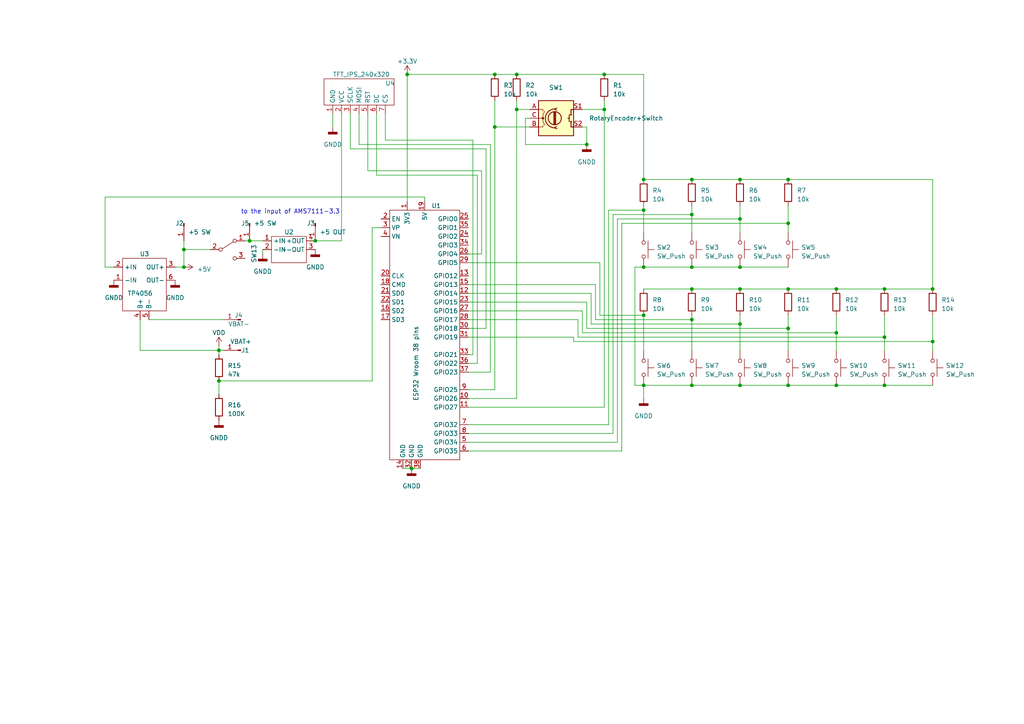
<source format=kicad_sch>
(kicad_sch (version 20250114) (generator "eeschema") (generator_version "9.0")
  (paper "A4")
  (title_block (title "hjb-throttle") (date "2023-05-10") (rev "2.0") (comment 1 "This version works with an ESP32 board with battery"))
  (lib_symbols
    (symbol "Connector:Conn_01x01_Pin" (pin_names (offset 1.016) (hide yes))
      (property "Reference" "J" (at 0 2.54 0))
      (property "Value" "Conn_01x01_Pin" (at 0 -2.54 0))
      (symbol "Conn_01x01_Pin_1_1"
        (rectangle (start 0.8636 0.127) (end 0 -0.127) (stroke (width 0.1524)) (fill (type outline)))
        (polyline (pts (xy 1.27 0) (xy 0.8636 0)) (stroke (width 0.1524)))
        (pin passive line (at 5.08 0 180) (length 3.81) (name "Pin_1") (number "1"))
      )
    )
    (symbol "Device:R" (pin_numbers (hide yes)) (pin_names (offset 0))
      (property "Reference" "R" (at 2.032 0 90))
      (property "Value" "R" (at 0 0 90))
      (symbol "R_0_1"
        (rectangle (start -1.016 -2.54) (end 1.016 2.54) (stroke (width 0.254)))
      )
      (symbol "R_1_1"
        (pin passive line (at 0 3.81 270) (length 1.27) (name "~") (number "1"))
        (pin passive line (at 0 -3.81 90) (length 1.27) (name "~") (number "2"))
      )
    )
    (symbol "Device:RotaryEncoder_Switch" (pin_names (offset 0.254) (hide yes))
      (property "Reference" "SW" (at 0 6.604 0))
      (property "Value" "RotaryEncoder_Switch" (at 0 -6.604 0))
      (symbol "RotaryEncoder_Switch_0_1"
        (rectangle (start -5.08 5.08) (end 5.08 -5.08) (stroke (width 0.254)) (fill (type background)))
        (polyline (pts (xy -5.08 2.54) (xy -3.81 2.54) (xy -3.81 2.032)))
        (polyline (pts (xy -5.08 0) (xy -3.81 0) (xy -3.81 -1.016) (xy -3.302 -2.032)))
        (polyline (pts (xy -5.08 -2.54) (xy -3.81 -2.54) (xy -3.81 -2.032)))
        (polyline (pts (xy -4.318 0) (xy -3.81 0) (xy -3.81 1.016) (xy -3.302 2.032)))
        (circle (center -3.81 0) (radius 0.254) (fill (type outline)))
        (polyline (pts (xy -0.635 -1.778) (xy -0.635 1.778)) (stroke (width 0.254)))
        (circle (center -0.381 0) (radius 1.905) (stroke (width 0.254)))
        (polyline (pts (xy -0.381 -1.778) (xy -0.381 1.778)) (stroke (width 0.254)))
        (arc (start -0.381 -2.794) (mid -3.0988 -0.0635) (end -0.381 2.667) (stroke (width 0.254)))
        (polyline (pts (xy -0.127 1.778) (xy -0.127 -1.778)) (stroke (width 0.254)))
        (polyline (pts (xy 0.254 2.921) (xy -0.508 2.667) (xy 0.127 2.286)) (stroke (width 0.254)))
        (polyline (pts (xy 0.254 -3.048) (xy -0.508 -2.794) (xy 0.127 -2.413)) (stroke (width 0.254)))
        (polyline (pts (xy 3.81 1.016) (xy 3.81 -1.016)) (stroke (width 0.254)))
        (polyline (pts (xy 3.81 0) (xy 3.429 0)) (stroke (width 0.254)))
        (circle (center 4.318 1.016) (radius 0.127) (stroke (width 0.254)))
        (circle (center 4.318 -1.016) (radius 0.127) (stroke (width 0.254)))
        (polyline (pts (xy 5.08 2.54) (xy 4.318 2.54) (xy 4.318 1.016)) (stroke (width 0.254)))
        (polyline (pts (xy 5.08 -2.54) (xy 4.318 -2.54) (xy 4.318 -1.016)) (stroke (width 0.254)))
      )
      (symbol "RotaryEncoder_Switch_1_1"
        (pin passive line (at -7.62 2.54 0) (length 2.54) (name "A") (number "A"))
        (pin passive line (at -7.62 0 0) (length 2.54) (name "C") (number "C"))
        (pin passive line (at -7.62 -2.54 0) (length 2.54) (name "B") (number "B"))
        (pin passive line (at 7.62 2.54 180) (length 2.54) (name "S1") (number "S1"))
        (pin passive line (at 7.62 -2.54 180) (length 2.54) (name "S2") (number "S2"))
      )
    )
    (symbol "ESP32_Library:ESP32_Wroom_38_pin"
      (property "Reference" "U" (at 0 0 0))
      (symbol "ESP32_Wroom_38_pin_0_1"
        (rectangle (start -10.16 15.24) (end 10.16 -57.15))
      )
      (symbol "ESP32_Wroom_38_pin_1_1"
        (pin bidirectional line (at -12.7 12.7 0) (length 2.54) (name "EN") (number "2"))
        (pin bidirectional line (at -12.7 10.16 0) (length 2.54) (name "VP") (number "3"))
        (pin bidirectional line (at -12.7 7.62 0) (length 2.54) (name "VN") (number "4"))
        (pin bidirectional line (at -12.7 -3.81 0) (length 2.54) (name "CLK") (number "20"))
        (pin bidirectional line (at -12.7 -6.35 0) (length 2.54) (name "CMD") (number "18"))
        (pin bidirectional line (at -12.7 -8.89 0) (length 2.54) (name "SD0") (number "21"))
        (pin bidirectional line (at -12.7 -11.43 0) (length 2.54) (name "SD1") (number "22"))
        (pin bidirectional line (at -12.7 -13.97 0) (length 2.54) (name "SD2") (number "16"))
        (pin bidirectional line (at -12.7 -16.51 0) (length 2.54) (name "SD3") (number "17"))
        (pin power_in line (at -6.35 -59.69 90) (length 2.54) (name "GND") (number "14"))
        (pin power_in line (at -5.08 17.78 270) (length 2.54) (name "3V3") (number "1"))
        (pin power_in line (at -3.81 -59.69 90) (length 2.54) (name "GND") (number "32"))
        (pin power_in line (at -1.27 -59.69 90) (length 2.54) (name "GND") (number "38"))
        (pin power_in line (at 0 17.78 270) (length 2.54) (name "5V") (number "19"))
        (pin bidirectional line (at 12.7 12.7 180) (length 2.54) (name "GPIO0") (number "25"))
        (pin bidirectional line (at 12.7 10.16 180) (length 2.54) (name "GPIO1") (number "35"))
        (pin bidirectional line (at 12.7 7.62 180) (length 2.54) (name "GPIO2") (number "24"))
        (pin bidirectional line (at 12.7 5.08 180) (length 2.54) (name "GPIO3") (number "34"))
        (pin bidirectional line (at 12.7 2.54 180) (length 2.54) (name "GPIO4") (number "26"))
        (pin bidirectional line (at 12.7 0 180) (length 2.54) (name "GPIO5") (number "29"))
        (pin bidirectional line (at 12.7 -3.81 180) (length 2.54) (name "GPIO12") (number "13"))
        (pin bidirectional line (at 12.7 -6.35 180) (length 2.54) (name "GPIO13") (number "15"))
        (pin bidirectional line (at 12.7 -8.89 180) (length 2.54) (name "GPIO14") (number "12"))
        (pin bidirectional line (at 12.7 -11.43 180) (length 2.54) (name "GPIO15") (number "23"))
        (pin bidirectional line (at 12.7 -13.97 180) (length 2.54) (name "GPIO16") (number "27"))
        (pin bidirectional line (at 12.7 -16.51 180) (length 2.54) (name "GPIO17") (number "28"))
        (pin bidirectional line (at 12.7 -19.05 180) (length 2.54) (name "GPIO18") (number "30"))
        (pin bidirectional line (at 12.7 -21.59 180) (length 2.54) (name "GPIO19") (number "31"))
        (pin bidirectional line (at 12.7 -26.67 180) (length 2.54) (name "GPIO21") (number "33"))
        (pin bidirectional line (at 12.7 -29.21 180) (length 2.54) (name "GPIO22") (number "36"))
        (pin bidirectional line (at 12.7 -31.75 180) (length 2.54) (name "GPIO23") (number "37"))
        (pin bidirectional line (at 12.7 -36.83 180) (length 2.54) (name "GPIO25") (number "9"))
        (pin bidirectional line (at 12.7 -39.37 180) (length 2.54) (name "GPIO26") (number "10"))
        (pin bidirectional line (at 12.7 -41.91 180) (length 2.54) (name "GPIO27") (number "11"))
        (pin bidirectional line (at 12.7 -46.99 180) (length 2.54) (name "GPIO32") (number "7"))
        (pin bidirectional line (at 12.7 -49.53 180) (length 2.54) (name "GPIO33") (number "8"))
        (pin bidirectional line (at 12.7 -52.07 180) (length 2.54) (name "GPIO34") (number "5"))
        (pin bidirectional line (at 12.7 -54.61 180) (length 2.54) (name "GPIO35") (number "6"))
      )
    )
    (symbol "PWR_Library:STEPUP"
      (property "Reference" "U" (at 0 -2.54 0))
      (symbol "STEPUP_0_1"
        (rectangle (start -3.81 3.81) (end 6.35 -3.81))
      )
      (symbol "STEPUP_1_1"
        (pin power_in line (at -6.35 2.54 0) (length 2.54) (name "+IN") (number "1"))
        (pin power_in line (at -6.35 0 0) (length 2.54) (name "-IN") (number "2"))
        (pin power_out line (at 8.89 2.54 180) (length 2.54) (name "+OUT") (number "4"))
        (pin power_out line (at 8.89 0 180) (length 2.54) (name "-OUT") (number "3"))
      )
    )
    (symbol "PWR_Library:TP4067"
      (property "Reference" "U" (at 0 0 0))
      (symbol "TP4067_0_1"
        (rectangle (start -5.08 10.16) (end 7.62 -5.08))
      )
      (symbol "TP4067_1_1"
        (pin power_in line (at -7.62 7.62 0) (length 2.54) (name "+IN") (number "2"))
        (pin power_in line (at -7.62 3.81 0) (length 2.54) (name "-IN") (number "1"))
        (pin power_in line (at 0 -7.62 90) (length 2.54) (name "B+") (number "4"))
        (pin power_in line (at 2.54 -7.62 90) (length 2.54) (name "B-") (number "5"))
        (pin power_in line (at 10.16 7.62 180) (length 2.54) (name "OUT+") (number "3"))
        (pin power_in line (at 10.16 3.81 180) (length 2.54) (name "OUT-") (number "6"))
      )
    )
    (symbol "Switch:SW_Push" (pin_numbers (hide yes)) (pin_names (offset 1.016) (hide yes))
      (property "Reference" "SW" (at 1.27 2.54 0))
      (property "Value" "SW_Push" (at 0 -1.524 0))
      (symbol "SW_Push_0_1"
        (circle (center -2.032 0) (radius 0.508))
        (polyline (pts (xy 0 1.27) (xy 0 3.048)))
        (circle (center 2.032 0) (radius 0.508))
        (polyline (pts (xy 2.54 1.27) (xy -2.54 1.27)))
        (pin passive line (at -5.08 0 0) (length 2.54) (name "1") (number "1"))
        (pin passive line (at 5.08 0 180) (length 2.54) (name "2") (number "2"))
      )
    )
    (symbol "Switch:SW_SPDT" (pin_names (offset 0) (hide yes))
      (property "Reference" "SW" (at 0 4.318 0))
      (property "Value" "SW_SPDT" (at 0 -5.08 0))
      (symbol "SW_SPDT_0_0"
        (circle (center -2.032 0) (radius 0.508))
        (circle (center 2.032 -2.54) (radius 0.508))
      )
      (symbol "SW_SPDT_0_1"
        (polyline (pts (xy -1.524 0.254) (xy 1.651 2.286)))
        (circle (center 2.032 2.54) (radius 0.508))
      )
      (symbol "SW_SPDT_1_1"
        (pin passive line (at -5.08 0 0) (length 2.54) (name "B") (number "2"))
        (pin passive line (at 5.08 2.54 180) (length 2.54) (name "A") (number "1"))
        (pin passive line (at 5.08 -2.54 180) (length 2.54) (name "C") (number "3"))
      )
    )
    (symbol "TFT_Library:TFT_IPS_240x320"
      (property "Reference" "U" (at 0 3.81 0))
      (property "Value" "TFT_IPS_240x320" (at 3.81 6.35 0))
      (symbol "TFT_IPS_240x320_1_1"
        (rectangle (start -3.81 5.08) (end 16.51 -2.54))
        (pin power_in line (at -1.27 -5.08 90) (length 2.54) (name "GND") (number "1"))
        (pin power_in line (at 1.27 -5.08 90) (length 2.54) (name "VCC") (number "2"))
        (pin input line (at 3.81 -5.08 90) (length 2.54) (name "SCLK") (number "3"))
        (pin input line (at 6.35 -5.08 90) (length 2.54) (name "MOSI") (number "4"))
        (pin input line (at 8.89 -5.08 90) (length 2.54) (name "RST") (number "5"))
        (pin input line (at 11.43 -5.08 90) (length 2.54) (name "DC") (number "6"))
        (pin input line (at 13.97 -5.08 90) (length 2.54) (name "CS") (number "7"))
      )
    )
    (symbol "power:+3.3V" (power) (pin_names (offset 0))
      (property "Value" "+3.3V" (at 0 3.556 0))
      (symbol "+3.3V_0_1"
        (polyline (pts (xy -0.762 1.27) (xy 0 2.54)))
        (polyline (pts (xy 0 2.54) (xy 0.762 1.27)))
        (polyline (pts (xy 0 0) (xy 0 2.54)))
      )
      (symbol "+3.3V_1_1"
        (pin power_in line (at 0 0 90) (length 0) (hide yes) (name "+3.3V") (number "1"))
      )
    )
    (symbol "power:+5V" (power) (pin_names (offset 0))
      (property "Value" "+5V" (at 0 3.556 0))
      (symbol "+5V_0_1"
        (polyline (pts (xy -0.762 1.27) (xy 0 2.54)))
        (polyline (pts (xy 0 2.54) (xy 0.762 1.27)))
        (polyline (pts (xy 0 0) (xy 0 2.54)))
      )
      (symbol "+5V_1_1"
        (pin power_in line (at 0 0 90) (length 0) (hide yes) (name "+5V") (number "1"))
      )
    )
    (symbol "power:GNDD" (power) (pin_names (offset 0))
      (property "Value" "GNDD" (at 0 -3.175 0))
      (symbol "GNDD_0_1"
        (rectangle (start -1.27 -1.524) (end 1.27 -2.032) (stroke (width 0.254)) (fill (type outline)))
        (polyline (pts (xy 0 0) (xy 0 -1.524)))
      )
      (symbol "GNDD_1_1"
        (pin power_in line (at 0 0 270) (length 0) (hide yes) (name "GNDD") (number "1"))
      )
    )
    (symbol "power:VDD" (power) (pin_names (offset 0))
      (property "Value" "VDD" (at 0 3.81 0))
      (symbol "VDD_0_1"
        (polyline (pts (xy -0.762 1.27) (xy 0 2.54)))
        (polyline (pts (xy 0 2.54) (xy 0.762 1.27)))
        (polyline (pts (xy 0 0) (xy 0 2.54)))
      )
      (symbol "VDD_1_1"
        (pin power_in line (at 0 0 90) (length 0) (hide yes) (name "VDD") (number "1"))
      )
    )
  )
  (text "to the input of AMS7111-3.3" (at 69.85 62.23 0) (effects (font (size 1.27 1.27)) (justify left bottom)))
  (junction (at 186.69 111.76))
  (junction (at 170.18 41.91))
  (junction (at 270.51 83.82))
  (junction (at 228.6 52.07))
  (junction (at 186.69 52.07))
  (junction (at 186.69 91.44))
  (junction (at 91.44 69.85))
  (junction (at 175.26 21.59))
  (junction (at 242.57 83.82))
  (junction (at 63.5 110.49))
  (junction (at 228.6 83.82))
  (junction (at 143.51 21.59))
  (junction (at 214.63 93.98))
  (junction (at 256.54 83.82))
  (junction (at 186.69 60.96))
  (junction (at 119.38 135.89))
  (junction (at 72.39 69.85))
  (junction (at 214.63 77.47))
  (junction (at 149.86 31.75))
  (junction (at 143.51 36.83))
  (junction (at 200.66 83.82))
  (junction (at 256.54 97.79))
  (junction (at 186.69 77.47))
  (junction (at 214.63 111.76))
  (junction (at 200.66 92.71))
  (junction (at 228.6 64.77))
  (junction (at 53.34 72.39))
  (junction (at 242.57 111.76))
  (junction (at 53.34 77.47))
  (junction (at 200.66 62.23))
  (junction (at 214.63 52.07))
  (junction (at 118.11 21.59))
  (junction (at 214.63 83.82))
  (junction (at 175.26 31.75))
  (junction (at 214.63 63.5))
  (junction (at 228.6 111.76))
  (junction (at 200.66 111.76))
  (junction (at 270.51 99.06))
  (junction (at 256.54 111.76))
  (junction (at 63.5 101.6))
  (junction (at 200.66 77.47))
  (junction (at 200.66 52.07))
  (junction (at 228.6 95.25))
  (junction (at 149.86 21.59))
  (junction (at 242.57 96.52))
  (wire (pts (xy 135.89 76.2) (xy 173.99 76.2)))
  (wire (pts (xy 175.26 31.75) (xy 175.26 29.21)))
  (wire (pts (xy 135.89 87.63) (xy 170.18 87.63)))
  (wire (pts (xy 99.06 33.02) (xy 99.06 69.85)))
  (wire (pts (xy 214.63 93.98) (xy 214.63 101.6)))
  (wire (pts (xy 228.6 91.44) (xy 228.6 95.25)))
  (wire (pts (xy 170.18 95.25) (xy 228.6 95.25)))
  (wire (pts (xy 180.34 130.81) (xy 135.89 130.81)))
  (wire (pts (xy 180.34 64.77) (xy 180.34 130.81)))
  (wire (pts (xy 228.6 83.82) (xy 242.57 83.82)))
  (wire (pts (xy 242.57 83.82) (xy 256.54 83.82)))
  (wire (pts (xy 116.84 135.89) (xy 119.38 135.89)))
  (wire (pts (xy 172.72 82.55) (xy 172.72 92.71)))
  (wire (pts (xy 177.8 62.23) (xy 200.66 62.23)))
  (wire (pts (xy 186.69 52.07) (xy 200.66 52.07)))
  (wire (pts (xy 142.24 41.91) (xy 142.24 107.95)))
  (wire (pts (xy 170.18 87.63) (xy 170.18 95.25)))
  (wire (pts (xy 63.5 100.33) (xy 63.5 101.6)))
  (wire (pts (xy 53.34 72.39) (xy 53.34 77.47)))
  (wire (pts (xy 153.67 34.29) (xy 152.4 34.29)))
  (wire (pts (xy 179.07 63.5) (xy 179.07 128.27)))
  (wire (pts (xy 214.63 77.47) (xy 228.6 77.47)))
  (wire (pts (xy 186.69 91.44) (xy 186.69 101.6)))
  (wire (pts (xy 167.64 97.79) (xy 256.54 97.79)))
  (wire (pts (xy 186.69 111.76) (xy 200.66 111.76)))
  (wire (pts (xy 176.53 60.96) (xy 176.53 123.19)))
  (wire (pts (xy 152.4 41.91) (xy 170.18 41.91)))
  (wire (pts (xy 214.63 111.76) (xy 228.6 111.76)))
  (wire (pts (xy 43.18 92.71) (xy 64.77 92.71)))
  (wire (pts (xy 143.51 113.03) (xy 135.89 113.03)))
  (wire (pts (xy 101.6 43.18) (xy 140.97 43.18)))
  (wire (pts (xy 186.69 83.82) (xy 200.66 83.82)))
  (wire (pts (xy 228.6 64.77) (xy 228.6 67.31)))
  (wire (pts (xy 200.66 92.71) (xy 200.66 101.6)))
  (wire (pts (xy 256.54 97.79) (xy 256.54 101.6)))
  (wire (pts (xy 104.14 41.91) (xy 104.14 33.02)))
  (wire (pts (xy 214.63 91.44) (xy 214.63 93.98)))
  (wire (pts (xy 179.07 63.5) (xy 214.63 63.5)))
  (wire (pts (xy 214.63 59.69) (xy 214.63 63.5)))
  (wire (pts (xy 40.64 101.6) (xy 63.5 101.6)))
  (wire (pts (xy 96.52 33.02) (xy 96.52 36.83)))
  (wire (pts (xy 186.69 77.47) (xy 200.66 77.47)))
  (wire (pts (xy 166.37 99.06) (xy 270.51 99.06)))
  (wire (pts (xy 143.51 36.83) (xy 143.51 113.03)))
  (wire (pts (xy 118.11 21.59) (xy 143.51 21.59)))
  (wire (pts (xy 143.51 36.83) (xy 143.51 29.21)))
  (wire (pts (xy 171.45 93.98) (xy 214.63 93.98)))
  (wire (pts (xy 242.57 111.76) (xy 256.54 111.76)))
  (wire (pts (xy 63.5 110.49) (xy 107.95 110.49)))
  (wire (pts (xy 30.48 77.47) (xy 33.02 77.47)))
  (wire (pts (xy 175.26 31.75) (xy 175.26 118.11)))
  (wire (pts (xy 101.6 43.18) (xy 101.6 33.02)))
  (wire (pts (xy 170.18 41.91) (xy 170.18 36.83)))
  (wire (pts (xy 180.34 64.77) (xy 228.6 64.77)))
  (wire (pts (xy 135.89 90.17) (xy 168.91 90.17)))
  (wire (pts (xy 76.2 72.39) (xy 76.2 73.66)))
  (wire (pts (xy 109.22 50.8) (xy 109.22 33.02)))
  (wire (pts (xy 63.5 101.6) (xy 64.77 101.6)))
  (wire (pts (xy 242.57 91.44) (xy 242.57 96.52)))
  (wire (pts (xy 186.69 111.76) (xy 186.69 115.57)))
  (wire (pts (xy 138.43 50.8) (xy 109.22 50.8)))
  (wire (pts (xy 200.66 91.44) (xy 200.66 92.71)))
  (wire (pts (xy 228.6 95.25) (xy 228.6 101.6)))
  (wire (pts (xy 72.39 69.85) (xy 76.2 69.85)))
  (wire (pts (xy 149.86 31.75) (xy 149.86 29.21)))
  (wire (pts (xy 214.63 83.82) (xy 228.6 83.82)))
  (wire (pts (xy 53.34 69.85) (xy 53.34 72.39)))
  (wire (pts (xy 118.11 21.59) (xy 118.11 58.42)))
  (wire (pts (xy 184.15 111.76) (xy 184.15 77.47)))
  (wire (pts (xy 270.51 99.06) (xy 270.51 101.6)))
  (wire (pts (xy 142.24 107.95) (xy 135.89 107.95)))
  (wire (pts (xy 106.68 33.02) (xy 106.68 49.53)))
  (wire (pts (xy 184.15 77.47) (xy 186.69 77.47)))
  (wire (pts (xy 137.16 40.64) (xy 137.16 102.87)))
  (wire (pts (xy 153.67 36.83) (xy 143.51 36.83)))
  (wire (pts (xy 53.34 72.39) (xy 60.96 72.39)))
  (wire (pts (xy 214.63 63.5) (xy 214.63 67.31)))
  (wire (pts (xy 123.19 57.15) (xy 30.48 57.15)))
  (wire (pts (xy 228.6 59.69) (xy 228.6 64.77)))
  (wire (pts (xy 140.97 43.18) (xy 140.97 95.25)))
  (wire (pts (xy 200.66 52.07) (xy 214.63 52.07)))
  (wire (pts (xy 149.86 31.75) (xy 149.86 115.57)))
  (wire (pts (xy 138.43 50.8) (xy 138.43 105.41)))
  (wire (pts (xy 186.69 21.59) (xy 186.69 52.07)))
  (wire (pts (xy 143.51 21.59) (xy 149.86 21.59)))
  (wire (pts (xy 119.38 135.89) (xy 121.92 135.89)))
  (wire (pts (xy 177.8 62.23) (xy 177.8 125.73)))
  (wire (pts (xy 139.7 73.66) (xy 135.89 73.66)))
  (wire (pts (xy 176.53 123.19) (xy 135.89 123.19)))
  (wire (pts (xy 137.16 102.87) (xy 135.89 102.87)))
  (wire (pts (xy 186.69 60.96) (xy 186.69 67.31)))
  (wire (pts (xy 166.37 97.79) (xy 166.37 99.06)))
  (wire (pts (xy 186.69 59.69) (xy 186.69 60.96)))
  (wire (pts (xy 173.99 91.44) (xy 186.69 91.44)))
  (wire (pts (xy 107.95 66.04) (xy 110.49 66.04)))
  (wire (pts (xy 153.67 31.75) (xy 149.86 31.75)))
  (wire (pts (xy 107.95 66.04) (xy 107.95 110.49)))
  (wire (pts (xy 138.43 105.41) (xy 135.89 105.41)))
  (wire (pts (xy 40.64 101.6) (xy 40.64 92.71)))
  (wire (pts (xy 172.72 92.71) (xy 200.66 92.71)))
  (wire (pts (xy 256.54 83.82) (xy 270.51 83.82)))
  (wire (pts (xy 200.66 111.76) (xy 214.63 111.76)))
  (wire (pts (xy 30.48 57.15) (xy 30.48 77.47)))
  (wire (pts (xy 186.69 111.76) (xy 184.15 111.76)))
  (wire (pts (xy 149.86 21.59) (xy 175.26 21.59)))
  (wire (pts (xy 139.7 49.53) (xy 139.7 73.66)))
  (wire (pts (xy 53.34 77.47) (xy 50.8 77.47)))
  (wire (pts (xy 175.26 21.59) (xy 186.69 21.59)))
  (wire (pts (xy 175.26 118.11) (xy 135.89 118.11)))
  (wire (pts (xy 228.6 111.76) (xy 242.57 111.76)))
  (wire (pts (xy 228.6 52.07) (xy 270.51 52.07)))
  (wire (pts (xy 270.51 52.07) (xy 270.51 83.82)))
  (wire (pts (xy 256.54 111.76) (xy 270.51 111.76)))
  (wire (pts (xy 168.91 31.75) (xy 175.26 31.75)))
  (wire (pts (xy 63.5 101.6) (xy 63.5 102.87)))
  (wire (pts (xy 63.5 110.49) (xy 63.5 114.3)))
  (wire (pts (xy 167.64 92.71) (xy 167.64 97.79)))
  (wire (pts (xy 200.66 83.82) (xy 214.63 83.82)))
  (wire (pts (xy 170.18 36.83) (xy 168.91 36.83)))
  (wire (pts (xy 179.07 128.27) (xy 135.89 128.27)))
  (wire (pts (xy 256.54 91.44) (xy 256.54 97.79)))
  (wire (pts (xy 168.91 96.52) (xy 242.57 96.52)))
  (wire (pts (xy 173.99 76.2) (xy 173.99 91.44)))
  (wire (pts (xy 135.89 82.55) (xy 172.72 82.55)))
  (wire (pts (xy 171.45 85.09) (xy 171.45 93.98)))
  (wire (pts (xy 139.7 49.53) (xy 106.68 49.53)))
  (wire (pts (xy 152.4 34.29) (xy 152.4 41.91)))
  (wire (pts (xy 135.89 97.79) (xy 166.37 97.79)))
  (wire (pts (xy 135.89 85.09) (xy 171.45 85.09)))
  (wire (pts (xy 270.51 91.44) (xy 270.51 99.06)))
  (wire (pts (xy 200.66 59.69) (xy 200.66 62.23)))
  (wire (pts (xy 168.91 90.17) (xy 168.91 96.52)))
  (wire (pts (xy 142.24 41.91) (xy 104.14 41.91)))
  (wire (pts (xy 111.76 33.02) (xy 111.76 40.64)))
  (wire (pts (xy 111.76 40.64) (xy 137.16 40.64)))
  (wire (pts (xy 149.86 115.57) (xy 135.89 115.57)))
  (wire (pts (xy 140.97 95.25) (xy 135.89 95.25)))
  (wire (pts (xy 99.06 69.85) (xy 91.44 69.85)))
  (wire (pts (xy 242.57 96.52) (xy 242.57 101.6)))
  (wire (pts (xy 176.53 60.96) (xy 186.69 60.96)))
  (wire (pts (xy 200.66 62.23) (xy 200.66 67.31)))
  (wire (pts (xy 135.89 92.71) (xy 167.64 92.71)))
  (wire (pts (xy 71.12 69.85) (xy 72.39 69.85)))
  (wire (pts (xy 214.63 52.07) (xy 228.6 52.07)))
  (wire (pts (xy 177.8 125.73) (xy 135.89 125.73)))
  (wire (pts (xy 200.66 77.47) (xy 214.63 77.47)))
  (wire (pts (xy 123.19 58.42) (xy 123.19 57.15)))
  (symbol (lib_id "Connector:Conn_01x01_Pin") (at 69.85 101.6 180) (unit 1)
    (property "Reference" "J1" (at 71.12 101.6 0))
    (property "Value" "VBAT+" (at 69.85 99.06 0))
    (property "Footprint" "Connector_Pin:Pin_D0.7mm_L6.5mm_W1.8mm_FlatFork" (effects (hide yes)))
  )
  (symbol (lib_id "Connector:Conn_01x01_Pin") (at 72.39 64.77 270) (unit 1)
    (property "Reference" "J5" (at 71.12 64.77 90))
    (property "Value" "+5 SW" (at 73.66 64.77 90) (effects (justify left)))
    (property "Footprint" "Connector_Pin:Pin_D0.7mm_L6.5mm_W1.8mm_FlatFork" (effects (hide yes)))
  )
  (symbol (lib_id "Device:R") (at 149.86 25.4 0) (unit 1)
    (property "Reference" "R2" (at 152.4 24.765 0) (effects (justify left)))
    (property "Value" "10k" (at 152.4 27.305 0) (effects (justify left)))
    (property "Footprint" "Resistor_SMD:R_0805_2012Metric_Pad1.20x1.40mm_HandSolder" (effects (hide yes)))
  )
  (symbol (lib_id "Device:R") (at 63.5 118.11 0) (unit 1)
    (property "Reference" "R16" (at 66.04 117.475 0) (effects (justify left)))
    (property "Value" "100K" (at 66.04 120.015 0) (effects (justify left)))
    (property "Footprint" "Resistor_SMD:R_0805_2012Metric_Pad1.20x1.40mm_HandSolder" (effects (hide yes)))
  )
  (symbol (lib_id "power:GNDD") (at 91.44 72.39 0) (unit 1)
    (property "Reference" "#PWR011" (effects (hide yes)))
    (property "Value" "GNDD" (at 91.44 77.47 0))
  )
  (symbol (lib_id "Connector:Conn_01x01_Pin") (at 53.34 64.77 270) (unit 1)
    (property "Reference" "J2" (at 52.07 64.77 90))
    (property "Value" "+5 SW" (at 54.61 67.31 90) (effects (justify left)))
    (property "Footprint" "Connector_Pin:Pin_D0.7mm_L6.5mm_W1.8mm_FlatFork" (effects (hide yes)))
  )
  (symbol (lib_id "power:+5V") (at 53.34 77.47 270) (unit 1)
    (property "Reference" "#PWR010" (effects (hide yes)))
    (property "Value" "+5V" (at 57.15 78.105 90) (effects (justify left)))
  )
  (symbol (lib_id "TFT_Library:TFT_IPS_240x320") (at 97.79 27.94 0) (unit 1)
    (property "Reference" "U4" (at 111.76 24.13 0) (effects (justify left)))
    (property "Value" "TFT_IPS_240x320" (at 96.52 21.59 0) (effects (justify left)))
    (property "Footprint" "TFT_Library:TFT_IPS_240x320" (effects (hide yes)))
  )
  (symbol (lib_id "Switch:SW_Push") (at 214.63 106.68 270) (unit 1)
    (property "Reference" "SW8" (at 218.44 106.045 90) (effects (justify left)))
    (property "Value" "SW_Push" (at 218.44 108.585 90) (effects (justify left)))
    (property "Footprint" "Button_Switch_SMD:SW_Push_1P1T_NO_6x6mm_H9.5mm" (effects (hide yes)))
  )
  (symbol (lib_id "Switch:SW_Push") (at 270.51 106.68 270) (unit 1)
    (property "Reference" "SW12" (at 274.32 106.045 90) (effects (justify left)))
    (property "Value" "SW_Push" (at 274.32 108.585 90) (effects (justify left)))
    (property "Footprint" "Button_Switch_SMD:SW_Push_1P1T_NO_6x6mm_H9.5mm" (effects (hide yes)))
  )
  (symbol (lib_id "Switch:SW_Push") (at 186.69 106.68 270) (unit 1)
    (property "Reference" "SW6" (at 190.5 106.045 90) (effects (justify left)))
    (property "Value" "SW_Push" (at 190.5 108.585 90) (effects (justify left)))
    (property "Footprint" "Button_Switch_SMD:SW_Push_1P1T_NO_6x6mm_H9.5mm" (effects (hide yes)))
  )
  (symbol (lib_id "power:GNDD") (at 170.18 41.91 0) (unit 1)
    (property "Reference" "#PWR02" (effects (hide yes)))
    (property "Value" "GNDD" (at 170.18 46.99 0))
  )
  (symbol (lib_id "Device:R") (at 186.69 87.63 0) (unit 1)
    (property "Reference" "R8" (at 189.23 86.995 0) (effects (justify left)))
    (property "Value" "10k" (at 189.23 89.535 0) (effects (justify left)))
    (property "Footprint" "Resistor_SMD:R_0805_2012Metric_Pad1.20x1.40mm_HandSolder" (effects (hide yes)))
  )
  (symbol (lib_id "Switch:SW_Push") (at 214.63 72.39 270) (unit 1)
    (property "Reference" "SW4" (at 218.44 71.755 90) (effects (justify left)))
    (property "Value" "SW_Push" (at 218.44 74.295 90) (effects (justify left)))
    (property "Footprint" "Button_Switch_SMD:SW_Push_1P1T_NO_6x6mm_H9.5mm" (effects (hide yes)))
  )
  (symbol (lib_id "Device:R") (at 270.51 87.63 0) (unit 1)
    (property "Reference" "R14" (at 273.05 86.995 0) (effects (justify left)))
    (property "Value" "10k" (at 273.05 89.535 0) (effects (justify left)))
    (property "Footprint" "Resistor_SMD:R_0805_2012Metric_Pad1.20x1.40mm_HandSolder" (effects (hide yes)))
  )
  (symbol (lib_id "Device:R") (at 214.63 87.63 0) (unit 1)
    (property "Reference" "R10" (at 217.17 86.995 0) (effects (justify left)))
    (property "Value" "10k" (at 217.17 89.535 0) (effects (justify left)))
    (property "Footprint" "Resistor_SMD:R_0805_2012Metric_Pad1.20x1.40mm_HandSolder" (effects (hide yes)))
  )
  (symbol (lib_id "Device:R") (at 143.51 25.4 0) (unit 1)
    (property "Reference" "R3" (at 146.05 24.765 0) (effects (justify left)))
    (property "Value" "10k" (at 146.05 27.305 0) (effects (justify left)))
    (property "Footprint" "Resistor_SMD:R_0805_2012Metric_Pad1.20x1.40mm_HandSolder" (effects (hide yes)))
  )
  (symbol (lib_id "Switch:SW_Push") (at 200.66 106.68 270) (unit 1)
    (property "Reference" "SW7" (at 204.47 106.045 90) (effects (justify left)))
    (property "Value" "SW_Push" (at 204.47 108.585 90) (effects (justify left)))
    (property "Footprint" "Button_Switch_SMD:SW_Push_1P1T_NO_6x6mm_H9.5mm" (effects (hide yes)))
  )
  (symbol (lib_id "Device:R") (at 63.5 106.68 0) (unit 1)
    (property "Reference" "R15" (at 66.04 106.045 0) (effects (justify left)))
    (property "Value" "47k" (at 66.04 108.585 0) (effects (justify left)))
    (property "Footprint" "Resistor_SMD:R_0805_2012Metric_Pad1.20x1.40mm_HandSolder" (effects (hide yes)))
  )
  (symbol (lib_id "Device:R") (at 200.66 87.63 0) (unit 1)
    (property "Reference" "R9" (at 203.2 86.995 0) (effects (justify left)))
    (property "Value" "10k" (at 203.2 89.535 0) (effects (justify left)))
    (property "Footprint" "Resistor_SMD:R_0805_2012Metric_Pad1.20x1.40mm_HandSolder" (effects (hide yes)))
  )
  (symbol (lib_id "Device:R") (at 186.69 55.88 0) (unit 1)
    (property "Reference" "R4" (at 189.23 55.245 0) (effects (justify left)))
    (property "Value" "10k" (at 189.23 57.785 0) (effects (justify left)))
    (property "Footprint" "Resistor_SMD:R_0805_2012Metric_Pad1.20x1.40mm_HandSolder" (effects (hide yes)))
  )
  (symbol (lib_id "power:GNDD") (at 63.5 121.92 0) (unit 1)
    (property "Reference" "#PWR06" (effects (hide yes)))
    (property "Value" "GNDD" (at 63.5 127 0))
  )
  (symbol (lib_id "Device:R") (at 242.57 87.63 0) (unit 1)
    (property "Reference" "R12" (at 245.11 86.995 0) (effects (justify left)))
    (property "Value" "10k" (at 245.11 89.535 0) (effects (justify left)))
    (property "Footprint" "Resistor_SMD:R_0805_2012Metric_Pad1.20x1.40mm_HandSolder" (effects (hide yes)))
  )
  (symbol (lib_id "Switch:SW_SPDT") (at 66.04 72.39 0) (unit 1) (on_board no)
    (property "Reference" "SW13" (at 73.66 76.2 90) (effects (justify left)))
    (property "Value" "SW_SPDT" (effects (hide yes)))
  )
  (symbol (lib_id "Device:RotaryEncoder_Switch") (at 161.29 34.29 0) (unit 1)
    (property "Reference" "SW1" (at 161.29 25.4 0))
    (property "Value" "RotaryEncoder+Switch" (at 181.61 34.29 0))
    (property "Footprint" "Rotary_Encoder:RotaryEncoder_Alps_EC11E-Switch_Vertical_H20mm" (effects (hide yes)))
  )
  (symbol (lib_id "power:GNDD") (at 50.8 81.28 0) (unit 1)
    (property "Reference" "#PWR09" (effects (hide yes)))
    (property "Value" "GNDD" (at 50.8 86.36 0))
  )
  (symbol (lib_id "PWR_Library:TP4067") (at 40.64 85.09 0) (unit 1)
    (property "Reference" "U3" (at 41.91 73.66 0))
    (property "Value" "TP4056" (at 40.64 85.09 0))
    (property "Footprint" "PWR_Library:TP4056" (effects (hide yes)))
  )
  (symbol (lib_id "Device:R") (at 200.66 55.88 0) (unit 1)
    (property "Reference" "R5" (at 203.2 55.245 0) (effects (justify left)))
    (property "Value" "10k" (at 203.2 57.785 0) (effects (justify left)))
    (property "Footprint" "Resistor_SMD:R_0805_2012Metric_Pad1.20x1.40mm_HandSolder" (effects (hide yes)))
  )
  (symbol (lib_id "Switch:SW_Push") (at 228.6 106.68 270) (unit 1)
    (property "Reference" "SW9" (at 232.41 106.045 90) (effects (justify left)))
    (property "Value" "SW_Push" (at 232.41 108.585 90) (effects (justify left)))
    (property "Footprint" "Button_Switch_SMD:SW_Push_1P1T_NO_6x6mm_H9.5mm" (effects (hide yes)))
  )
  (symbol (lib_id "power:GNDD") (at 33.02 81.28 0) (unit 1)
    (property "Reference" "#PWR08" (effects (hide yes)))
    (property "Value" "GNDD" (at 33.02 86.36 0))
  )
  (symbol (lib_id "Switch:SW_Push") (at 228.6 72.39 270) (unit 1)
    (property "Reference" "SW5" (at 232.41 71.755 90) (effects (justify left)))
    (property "Value" "SW_Push" (at 232.41 74.295 90) (effects (justify left)))
    (property "Footprint" "Button_Switch_SMD:SW_Push_1P1T_NO_6x6mm_H9.5mm" (effects (hide yes)))
  )
  (symbol (lib_id "Device:R") (at 214.63 55.88 0) (unit 1)
    (property "Reference" "R6" (at 217.17 55.245 0) (effects (justify left)))
    (property "Value" "10k" (at 217.17 57.785 0) (effects (justify left)))
    (property "Footprint" "Resistor_SMD:R_0805_2012Metric_Pad1.20x1.40mm_HandSolder" (effects (hide yes)))
  )
  (symbol (lib_id "Device:R") (at 228.6 55.88 0) (unit 1)
    (property "Reference" "R7" (at 231.14 55.245 0) (effects (justify left)))
    (property "Value" "10k" (at 231.14 57.785 0) (effects (justify left)))
    (property "Footprint" "Resistor_SMD:R_0805_2012Metric_Pad1.20x1.40mm_HandSolder" (effects (hide yes)))
  )
  (symbol (lib_id "Switch:SW_Push") (at 242.57 106.68 270) (unit 1)
    (property "Reference" "SW10" (at 246.38 106.045 90) (effects (justify left)))
    (property "Value" "SW_Push" (at 246.38 108.585 90) (effects (justify left)))
    (property "Footprint" "Button_Switch_SMD:SW_Push_1P1T_NO_6x6mm_H9.5mm" (effects (hide yes)))
  )
  (symbol (lib_id "power:GNDD") (at 119.38 135.89 0) (unit 1)
    (property "Reference" "#PWR05" (effects (hide yes)))
    (property "Value" "GNDD" (at 119.38 140.97 0))
  )
  (symbol (lib_id "Device:R") (at 175.26 25.4 0) (unit 1)
    (property "Reference" "R1" (at 177.8 24.765 0) (effects (justify left)))
    (property "Value" "10k" (at 177.8 27.305 0) (effects (justify left)))
    (property "Footprint" "Resistor_SMD:R_0805_2012Metric_Pad1.20x1.40mm_HandSolder" (effects (hide yes)))
  )
  (symbol (lib_id "Switch:SW_Push") (at 186.69 72.39 270) (unit 1)
    (property "Reference" "SW2" (at 190.5 71.755 90) (effects (justify left)))
    (property "Value" "SW_Push" (at 190.5 74.295 90) (effects (justify left)))
    (property "Footprint" "Button_Switch_SMD:SW_Push_1P1T_NO_6x6mm_H9.5mm" (effects (hide yes)))
  )
  (symbol (lib_id "Device:R") (at 256.54 87.63 0) (unit 1)
    (property "Reference" "R13" (at 259.08 86.995 0) (effects (justify left)))
    (property "Value" "10k" (at 259.08 89.535 0) (effects (justify left)))
    (property "Footprint" "Resistor_SMD:R_0805_2012Metric_Pad1.20x1.40mm_HandSolder" (effects (hide yes)))
  )
  (symbol (lib_id "Switch:SW_Push") (at 200.66 72.39 270) (unit 1)
    (property "Reference" "SW3" (at 204.47 71.755 90) (effects (justify left)))
    (property "Value" "SW_Push" (at 204.47 74.295 90) (effects (justify left)))
    (property "Footprint" "Button_Switch_SMD:SW_Push_1P1T_NO_6x6mm_H9.5mm" (effects (hide yes)))
  )
  (symbol (lib_id "Switch:SW_Push") (at 256.54 106.68 270) (unit 1)
    (property "Reference" "SW11" (at 260.35 106.045 90) (effects (justify left)))
    (property "Value" "SW_Push" (at 260.35 108.585 90) (effects (justify left)))
    (property "Footprint" "Button_Switch_SMD:SW_Push_1P1T_NO_6x6mm_H9.5mm" (effects (hide yes)))
  )
  (symbol (lib_id "power:VDD") (at 63.5 100.33 0) (unit 1)
    (property "Reference" "#PWR03" (effects (hide yes)))
    (property "Value" "VDD" (at 63.5 96.52 0))
  )
  (symbol (lib_id "power:GNDD") (at 96.52 36.83 0) (unit 1)
    (property "Reference" "#PWR07" (effects (hide yes)))
    (property "Value" "GNDD" (at 96.52 41.91 0))
  )
  (symbol (lib_id "ESP32_Library:ESP32_Wroom_38_pin") (at 123.19 76.2 0) (unit 1)
    (property "Reference" "U1" (at 125.1459 59.69 0) (effects (justify left)))
    (property "Value" "ESP32 Wroom 38 pins" (at 120.65 105.41 90))
    (property "Footprint" "ESP32_Library:ESP32Wroom 38 pins" (effects (hide yes)))
  )
  (symbol (lib_id "PWR_Library:STEPUP") (at 82.55 72.39 0) (unit 1)
    (property "Reference" "U2" (at 83.82 67.31 0))
    (property "Value" "~" (at 82.55 72.39 0))
    (property "Footprint" "PWR_Library:STEPUP" (effects (hide yes)))
  )
  (symbol (lib_id "power:GNDD") (at 76.2 73.66 0) (unit 1)
    (property "Reference" "#PWR012" (effects (hide yes)))
    (property "Value" "GNDD" (at 76.2 78.74 0))
  )
  (symbol (lib_id "power:GNDD") (at 186.69 115.57 0) (unit 1)
    (property "Reference" "#PWR04" (effects (hide yes)))
    (property "Value" "GNDD" (at 186.69 120.65 0))
  )
  (symbol (lib_id "Connector:Conn_01x01_Pin") (at 69.85 92.71 180) (unit 1)
    (property "Reference" "J4" (at 69.215 91.44 0))
    (property "Value" "VBAT-" (at 72.39 93.98 0) (effects (justify left)))
    (property "Footprint" "Connector_Pin:Pin_D0.7mm_L6.5mm_W1.8mm_FlatFork" (effects (hide yes)))
  )
  (symbol (lib_id "Connector:Conn_01x01_Pin") (at 91.44 64.77 270) (unit 1)
    (property "Reference" "J3" (at 90.17 64.77 90))
    (property "Value" "+5 OUT" (at 92.71 67.31 90) (effects (justify left)))
    (property "Footprint" "Connector_Pin:Pin_D0.7mm_L6.5mm_W1.8mm_FlatFork" (effects (hide yes)))
  )
  (symbol (lib_id "Device:R") (at 228.6 87.63 0) (unit 1)
    (property "Reference" "R11" (at 231.14 86.995 0) (effects (justify left)))
    (property "Value" "10k" (at 231.14 89.535 0) (effects (justify left)))
    (property "Footprint" "Resistor_SMD:R_0805_2012Metric_Pad1.20x1.40mm_HandSolder" (effects (hide yes)))
  )
  (symbol (lib_id "power:+3.3V") (at 118.11 21.59 0) (unit 1)
    (property "Reference" "#PWR01" (effects (hide yes)))
    (property "Value" "+3.3V" (at 118.11 17.78 0))
  )
)
</source>
